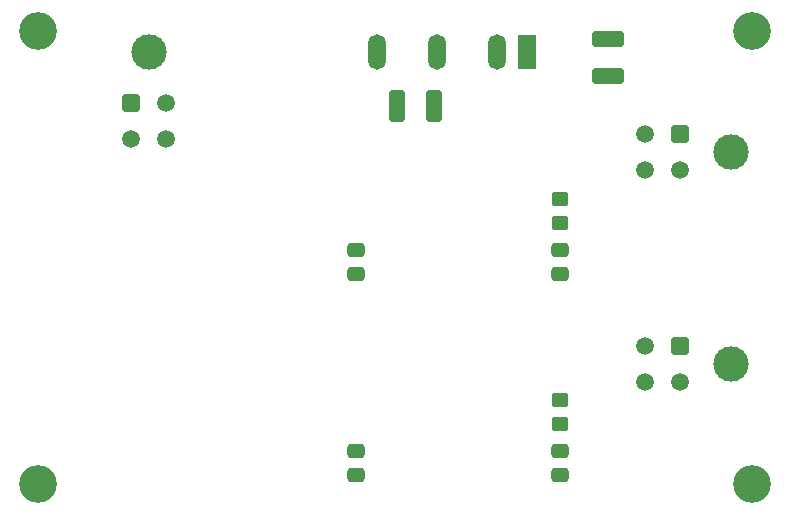
<source format=gbr>
%TF.GenerationSoftware,KiCad,Pcbnew,(6.0.1)*%
%TF.CreationDate,2022-06-01T15:28:07+03:00*%
%TF.ProjectId,Measure,4d656173-7572-4652-9e6b-696361645f70,rev?*%
%TF.SameCoordinates,Original*%
%TF.FileFunction,Soldermask,Bot*%
%TF.FilePolarity,Negative*%
%FSLAX46Y46*%
G04 Gerber Fmt 4.6, Leading zero omitted, Abs format (unit mm)*
G04 Created by KiCad (PCBNEW (6.0.1)) date 2022-06-01 15:28:07*
%MOMM*%
%LPD*%
G01*
G04 APERTURE LIST*
G04 Aperture macros list*
%AMRoundRect*
0 Rectangle with rounded corners*
0 $1 Rounding radius*
0 $2 $3 $4 $5 $6 $7 $8 $9 X,Y pos of 4 corners*
0 Add a 4 corners polygon primitive as box body*
4,1,4,$2,$3,$4,$5,$6,$7,$8,$9,$2,$3,0*
0 Add four circle primitives for the rounded corners*
1,1,$1+$1,$2,$3*
1,1,$1+$1,$4,$5*
1,1,$1+$1,$6,$7*
1,1,$1+$1,$8,$9*
0 Add four rect primitives between the rounded corners*
20,1,$1+$1,$2,$3,$4,$5,0*
20,1,$1+$1,$4,$5,$6,$7,0*
20,1,$1+$1,$6,$7,$8,$9,0*
20,1,$1+$1,$8,$9,$2,$3,0*%
G04 Aperture macros list end*
%ADD10C,3.200000*%
%ADD11C,3.000000*%
%ADD12RoundRect,0.250001X-0.499999X0.499999X-0.499999X-0.499999X0.499999X-0.499999X0.499999X0.499999X0*%
%ADD13C,1.500000*%
%ADD14R,1.500000X3.000000*%
%ADD15O,1.500000X3.000000*%
%ADD16RoundRect,0.250001X-0.499999X-0.499999X0.499999X-0.499999X0.499999X0.499999X-0.499999X0.499999X0*%
%ADD17RoundRect,0.250000X-0.475000X0.337500X-0.475000X-0.337500X0.475000X-0.337500X0.475000X0.337500X0*%
%ADD18RoundRect,0.250000X-1.100000X0.412500X-1.100000X-0.412500X1.100000X-0.412500X1.100000X0.412500X0*%
%ADD19RoundRect,0.250000X0.450000X-0.350000X0.450000X0.350000X-0.450000X0.350000X-0.450000X-0.350000X0*%
%ADD20RoundRect,0.250000X0.412500X1.100000X-0.412500X1.100000X-0.412500X-1.100000X0.412500X-1.100000X0*%
G04 APERTURE END LIST*
D10*
%TO.C,H3*%
X126238000Y-103378000D03*
%TD*%
D11*
%TO.C,J3*%
X184960000Y-75286000D03*
D12*
X180640000Y-73786000D03*
D13*
X180640000Y-76786000D03*
X177640000Y-73786000D03*
X177640000Y-76786000D03*
%TD*%
D14*
%TO.C,U1*%
X167666500Y-66842000D03*
D15*
X165126500Y-66842000D03*
X160046500Y-66842000D03*
X154966500Y-66842000D03*
%TD*%
D10*
%TO.C,H1*%
X126238000Y-65024000D03*
%TD*%
D11*
%TO.C,J2*%
X184960000Y-93218000D03*
D12*
X180640000Y-91718000D03*
D13*
X180640000Y-94718000D03*
X177640000Y-91718000D03*
X177640000Y-94718000D03*
%TD*%
D10*
%TO.C,H4*%
X186690000Y-103378000D03*
%TD*%
%TO.C,H2*%
X186690000Y-65024000D03*
%TD*%
D11*
%TO.C,J1*%
X135636000Y-66845000D03*
D16*
X134136000Y-71165000D03*
D13*
X137136000Y-71165000D03*
X134136000Y-74165000D03*
X137136000Y-74165000D03*
%TD*%
D17*
%TO.C,C10*%
X170434000Y-100562500D03*
X170434000Y-102637500D03*
%TD*%
D18*
%TO.C,C1*%
X174498000Y-65747500D03*
X174498000Y-68872500D03*
%TD*%
D19*
%TO.C,R5*%
X170434000Y-98282000D03*
X170434000Y-96282000D03*
%TD*%
D17*
%TO.C,C2*%
X153162000Y-83544500D03*
X153162000Y-85619500D03*
%TD*%
%TO.C,C13*%
X153162000Y-100562500D03*
X153162000Y-102637500D03*
%TD*%
D20*
%TO.C,C20*%
X159804500Y-71374000D03*
X156679500Y-71374000D03*
%TD*%
D19*
%TO.C,R9*%
X170434000Y-81264000D03*
X170434000Y-79264000D03*
%TD*%
D17*
%TO.C,C19*%
X170434000Y-83544500D03*
X170434000Y-85619500D03*
%TD*%
M02*

</source>
